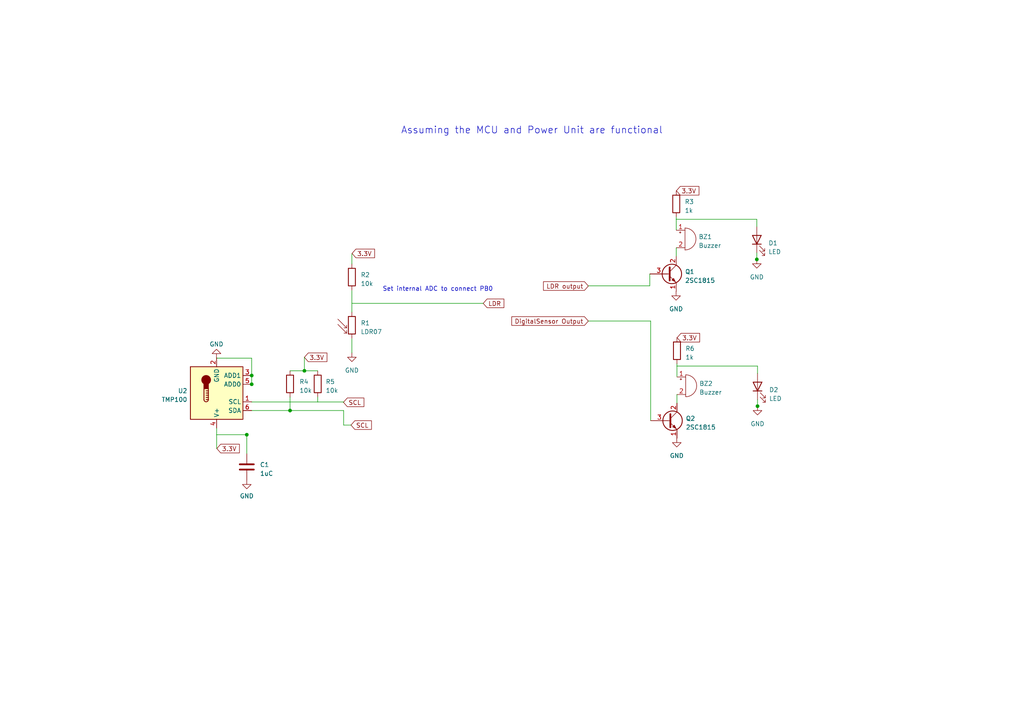
<source format=kicad_sch>
(kicad_sch (version 20230121) (generator eeschema)
  (paper "A4")
  (lib_symbols
    (symbol "Device:Buzzer" (pin_names (offset 0.0254) hide)
      (property "Reference" "BZ" (at 3.81 1.27 0))
      (property "Value" "Buzzer" (at 3.81 -1.27 0))
      (symbol "Buzzer_0_1"
        (arc (start 0 -3.175) (mid 3.1612 0) (end 0 3.175))
        (polyline (pts (xy -1.651 1.905) (xy -1.143 1.905)))
        (polyline (pts (xy -1.397 2.159) (xy -1.397 1.651)))
        (polyline (pts (xy 0 3.175) (xy 0 -3.175)))
      )
      (symbol "Buzzer_1_1"
        (pin passive line (at -2.54 2.54 0) (length 2.54) (name "-") (number "1"))
        (pin passive line (at -2.54 -2.54 0) (length 2.54) (name "+") (number "2"))
      )
    )
    (symbol "Device:C" (pin_numbers hide) (pin_names (offset 0.254))
      (property "Reference" "C" (at 0.635 2.54 0))
      (property "Value" "C" (at 0.635 -2.54 0))
      (symbol "C_0_1"
        (polyline (pts (xy -2.032 -0.762) (xy 2.032 -0.762)) (stroke (width 0.508)))
        (polyline (pts (xy -2.032 0.762) (xy 2.032 0.762)) (stroke (width 0.508)))
      )
      (symbol "C_1_1"
        (pin passive line (at 0 3.81 270) (length 2.794) (name "~") (number "1"))
        (pin passive line (at 0 -3.81 90) (length 2.794) (name "~") (number "2"))
      )
    )
    (symbol "Device:LED" (pin_numbers hide) (pin_names (offset 1.016) hide)
      (property "Reference" "D" (at 0 2.54 0))
      (property "Value" "LED" (at 0 -2.54 0))
      (symbol "LED_0_1"
        (polyline (pts (xy -1.27 -1.27) (xy -1.27 1.27)) (stroke (width 0.254)))
        (polyline (pts (xy -1.27 0) (xy 1.27 0)))
        (polyline (pts (xy 1.27 -1.27) (xy 1.27 1.27) (xy -1.27 0) (xy 1.27 -1.27)) (stroke (width 0.254)))
        (polyline (pts (xy -3.048 -0.762) (xy -4.572 -2.286) (xy -3.81 -2.286) (xy -4.572 -2.286) (xy -4.572 -1.524)))
        (polyline (pts (xy -1.778 -0.762) (xy -3.302 -2.286) (xy -2.54 -2.286) (xy -3.302 -2.286) (xy -3.302 -1.524)))
      )
      (symbol "LED_1_1"
        (pin passive line (at -3.81 0 0) (length 2.54) (name "K") (number "1"))
        (pin passive line (at 3.81 0 180) (length 2.54) (name "A") (number "2"))
      )
    )
    (symbol "Device:R" (pin_numbers hide) (pin_names (offset 0))
      (property "Reference" "R" (at 2.032 0 90))
      (property "Value" "R" (at 0 0 90))
      (symbol "R_0_1"
        (rectangle (start -1.016 -2.54) (end 1.016 2.54) (stroke (width 0.254)))
      )
      (symbol "R_1_1"
        (pin passive line (at 0 3.81 270) (length 1.27) (name "~") (number "1"))
        (pin passive line (at 0 -3.81 90) (length 1.27) (name "~") (number "2"))
      )
    )
    (symbol "Sensor_Optical:LDR07" (pin_numbers hide) (pin_names (offset 0))
      (property "Reference" "R" (at -5.08 0 90))
      (property "Value" "LDR07" (at 1.905 0 90))
      (symbol "LDR07_0_1"
        (rectangle (start -1.016 2.54) (end 1.016 -2.54) (stroke (width 0.254)))
        (polyline (pts (xy -1.524 -2.286) (xy -4.064 0.254)))
        (polyline (pts (xy -1.524 -2.286) (xy -2.286 -2.286)))
        (polyline (pts (xy -1.524 -2.286) (xy -1.524 -1.524)))
        (polyline (pts (xy -1.524 -0.762) (xy -4.064 1.778)))
        (polyline (pts (xy -1.524 -0.762) (xy -2.286 -0.762)))
        (polyline (pts (xy -1.524 -0.762) (xy -1.524 0)))
      )
      (symbol "LDR07_1_1"
        (pin passive line (at 0 3.81 270) (length 1.27) (name "~") (number "1"))
        (pin passive line (at 0 -3.81 90) (length 1.27) (name "~") (number "2"))
      )
    )
    (symbol "Sensor_Temperature:TMP100"
      (property "Reference" "U" (at 10.16 6.35 0))
      (property "Value" "TMP100" (at 12.7 3.81 0))
      (symbol "TMP100_0_1"
        (rectangle (start -7.62 7.62) (end 7.62 -7.62) (stroke (width 0.254)) (fill (type background)))
      )
      (symbol "TMP100_1_1"
        (polyline (pts (xy 2.413 -0.635) (xy 3.048 -0.635)) (stroke (width 0.254)))
        (polyline (pts (xy 2.413 0) (xy 3.048 0)) (stroke (width 0.254)))
        (polyline (pts (xy 2.413 0.635) (xy 3.048 0.635)) (stroke (width 0.254)))
        (polyline (pts (xy 2.413 1.27) (xy 3.048 1.27)) (stroke (width 0.254)))
        (polyline (pts (xy 2.413 1.905) (xy 2.413 -1.27)) (stroke (width 0.254)))
        (polyline (pts (xy 2.413 1.905) (xy 3.048 1.905)) (stroke (width 0.254)))
        (polyline (pts (xy 3.683 1.905) (xy 3.683 -1.27)) (stroke (width 0.254)))
        (circle (center 3.048 -3.81) (radius 1.27) (stroke (width 0.254)) (fill (type outline)))
        (rectangle (start 3.683 -3.175) (end 2.413 -1.27) (stroke (width 0.254)) (fill (type outline)))
        (arc (start 3.683 1.905) (mid 3.048 2.5373) (end 2.413 1.905) (stroke (width 0.254)))
        (pin input line (at -10.16 2.54 0) (length 2.54) (name "SCL") (number "1"))
        (pin power_in line (at 0 -10.16 90) (length 2.54) (name "GND") (number "2"))
        (pin input line (at -10.16 -5.08 0) (length 2.54) (name "ADD1") (number "3"))
        (pin power_in line (at 0 10.16 270) (length 2.54) (name "V+") (number "4"))
        (pin input line (at -10.16 -2.54 0) (length 2.54) (name "ADD0") (number "5"))
        (pin bidirectional line (at -10.16 5.08 0) (length 2.54) (name "SDA") (number "6"))
      )
    )
    (symbol "Transistor_BJT:2SC1815" (pin_names (offset 0) hide)
      (property "Reference" "Q" (at 5.08 1.905 0))
      (property "Value" "2SC1815" (at 5.08 0 0))
      (symbol "2SC1815_0_1"
        (polyline (pts (xy 0 0) (xy 0.508 0)))
        (polyline (pts (xy 0.635 0.635) (xy 2.54 2.54)))
        (polyline (pts (xy 0.635 -0.635) (xy 2.54 -2.54) (xy 2.54 -2.54)))
        (polyline (pts (xy 0.635 1.905) (xy 0.635 -1.905) (xy 0.635 -1.905)) (stroke (width 0.508)))
        (polyline (pts (xy 1.27 -1.778) (xy 1.778 -1.27) (xy 2.286 -2.286) (xy 1.27 -1.778) (xy 1.27 -1.778)) (fill (type outline)))
        (circle (center 1.27 0) (radius 2.8194) (stroke (width 0.254)))
      )
      (symbol "2SC1815_1_1"
        (pin passive line (at 2.54 -5.08 90) (length 2.54) (name "E") (number "1"))
        (pin passive line (at 2.54 5.08 270) (length 2.54) (name "C") (number "2"))
        (pin input line (at -5.08 0 0) (length 5.08) (name "B") (number "3"))
      )
    )
    (symbol "power:GND" (power) (pin_names (offset 0))
      (property "Value" "GND" (at 0 -3.81 0))
      (symbol "GND_0_1"
        (polyline (pts (xy 0 0) (xy 0 -1.27) (xy 1.27 -1.27) (xy 0 -2.54) (xy -1.27 -1.27) (xy 0 -1.27)))
      )
      (symbol "GND_1_1"
        (pin power_in line (at 0 0 270) (length 0) hide (name "GND") (number "1"))
      )
    )
  )
  (junction (at 72.9996 108.9152))
  (junction (at 71.5772 126.0856))
  (junction (at 219.5068 75.2348))
  (junction (at 219.71 117.8052))
  (junction (at 72.9996 111.4552))
  (junction (at 88.2904 107.5436))
  (junction (at 84.1248 119.0752))
  (wire (pts (xy 72.9996 108.9152) (xy 72.9996 111.4552)))
  (wire (pts (xy 72.9996 111.4552) (xy 72.9996 111.506)))
  (wire (pts (xy 72.9996 103.886) (xy 72.9996 108.9152)))
  (wire (pts (xy 219.5068 73.3552) (xy 219.5068 75.2348)))
  (wire (pts (xy 72.9488 116.586) (xy 92.1512 116.586)))
  (wire (pts (xy 102.0572 73.6346) (xy 102.0572 76.5556)))
  (wire (pts (xy 84.1248 107.5436) (xy 88.2904 107.5436)))
  (wire (pts (xy 219.5068 65.7352) (xy 219.5068 63.6016)))
  (wire (pts (xy 99.6696 119.0752) (xy 99.6696 123.2916)))
  (wire (pts (xy 188.722 93.1164) (xy 188.722 122.0216)))
  (wire (pts (xy 72.9996 103.886) (xy 62.8904 103.886)))
  (wire (pts (xy 99.6696 123.2916) (xy 101.8032 123.2916)))
  (wire (pts (xy 71.5772 125.984) (xy 71.5772 126.0856)))
  (wire (pts (xy 92.1512 115.1636) (xy 92.1512 116.586)))
  (wire (pts (xy 196.342 114.427) (xy 196.342 116.9416)))
  (wire (pts (xy 196.1388 62.9666) (xy 196.1388 66.6496)))
  (wire (pts (xy 196.342 105.537) (xy 196.342 109.22)))
  (wire (pts (xy 188.468 79.4512) (xy 188.468 82.9056)))
  (wire (pts (xy 84.1248 119.126) (xy 84.1248 119.0752)))
  (wire (pts (xy 88.2904 103.632) (xy 88.2904 107.5436)))
  (wire (pts (xy 196.1388 71.8566) (xy 196.1388 74.3712)))
  (wire (pts (xy 196.088 63.6016) (xy 219.5068 63.6016)))
  (wire (pts (xy 71.5772 126.0856) (xy 71.5772 131.6228)))
  (wire (pts (xy 102.0572 88.1126) (xy 102.0572 90.5256)))
  (wire (pts (xy 219.71 115.9256) (xy 219.71 117.8052)))
  (wire (pts (xy 99.6188 116.586) (xy 99.6188 116.6876)))
  (wire (pts (xy 219.5068 75.2348) (xy 219.5068 75.2856)))
  (wire (pts (xy 84.1248 115.1636) (xy 84.1248 119.0752)))
  (wire (pts (xy 196.2912 106.172) (xy 219.71 106.172)))
  (wire (pts (xy 84.1248 119.0752) (xy 99.6696 119.0752)))
  (wire (pts (xy 102.0572 87.9856) (xy 140.1572 87.9856)))
  (wire (pts (xy 102.0572 84.3026) (xy 102.0572 87.9856)))
  (wire (pts (xy 62.8396 124.1552) (xy 62.8396 130.0988)))
  (wire (pts (xy 219.71 108.3056) (xy 219.71 106.172)))
  (wire (pts (xy 102.0572 98.2726) (xy 102.0572 102.3366)))
  (wire (pts (xy 170.688 93.1164) (xy 188.722 93.1164)))
  (wire (pts (xy 170.688 82.9056) (xy 188.468 82.9056)))
  (wire (pts (xy 73.0504 119.0752) (xy 84.1248 119.0752)))
  (wire (pts (xy 88.2904 107.5436) (xy 92.1512 107.5436)))
  (wire (pts (xy 92.202 116.586) (xy 99.6188 116.586)))
  (wire (pts (xy 219.71 117.8052) (xy 219.71 117.856)))
  (wire (pts (xy 62.7888 126.0856) (xy 71.5772 126.0856)))
  (wire (pts (xy 62.8904 103.8352) (xy 62.8904 103.886)))
  (text "Set internal ADC to connect PB0\n\n" (at 110.9472 86.7156 0) (effects (font (size 1.27 1.27)) (justify left bottom)))
  (text "Assuming the MCU and Power Unit are functional\n" (at 116.2812 39.0652 0) (effects (font (size 2 2)) (justify left bottom)))
  (global_label "SCL" (shape input) (at 99.6188 116.6876 0) (property "Intersheetrefs" "${INTERSHEET_REFS}" (effects hide)))
  (global_label "LDR output" (shape input) (at 170.6372 82.9564 180) (property "Intersheetrefs" "${INTERSHEET_REFS}" (effects hide)))
  (global_label "3.3V" (shape input) (at 62.8904 130.0988 0) (property "Intersheetrefs" "${INTERSHEET_REFS}" (effects hide)))
  (global_label "LDR" (shape input) (at 140.1572 87.9856 0) (property "Intersheetrefs" "${INTERSHEET_REFS}" (effects hide)))
  (global_label "3.3V" (shape input) (at 102.108 73.5076 0) (property "Intersheetrefs" "${INTERSHEET_REFS}" (effects hide)))
  (global_label "3.3V" (shape input) (at 88.2904 103.632 0) (property "Intersheetrefs" "${INTERSHEET_REFS}" (effects hide)))
  (global_label "3.3V" (shape input) (at 196.3928 97.9424 0) (property "Intersheetrefs" "${INTERSHEET_REFS}" (effects hide)))
  (global_label "3.3V" (shape input) (at 196.1896 55.3212 0) (property "Intersheetrefs" "${INTERSHEET_REFS}" (effects hide)))
  (global_label "SCL" (shape input) (at 101.8032 123.2916 0) (property "Intersheetrefs" "${INTERSHEET_REFS}" (effects hide)))
  (global_label "DigitalSensor Output" (shape input) (at 170.6372 93.1164 180) (property "Intersheetrefs" "${INTERSHEET_REFS}" (effects hide)))
  (symbol (lib_id "power:GND") (at 196.088 84.5312 0) (unit 1)
    (property "Reference" "#PWR04" (effects hide))
    (property "Value" "GND" (at 196.088 89.6112 0))
    (instances (project "EEE3088F SENSOR DRAFT" (path "" (reference "#PWR04") (unit 1))) (project "Main Schematic" (path "" (reference "#PWR04") (unit 1))) (project "Main Schematic" (path "" (reference "#PWR09") (unit 1))) (project "SENSOR" (path "" (reference "#PWR04") (unit 1))))
  )
  (symbol (lib_id "power:GND") (at 102.0572 102.3366 0) (unit 1)
    (property "Reference" "#PWR01" (effects hide))
    (property "Value" "GND" (at 102.0572 107.4166 0))
    (instances (project "EEE3088F SENSOR DRAFT" (path "" (reference "#PWR01") (unit 1))) (project "Main Schematic" (path "" (reference "#PWR01") (unit 1))) (project "Main Schematic" (path "" (reference "#PWR08") (unit 1))) (project "SENSOR" (path "" (reference "#PWR01") (unit 1))))
  )
  (symbol (lib_id "Transistor_BJT:2SC1815") (at 193.5988 79.4512 0) (unit 1)
    (property "Reference" "Q1" (at 198.6788 78.8162 0) (effects (justify left)))
    (property "Value" "2SC1815" (at 198.6788 81.3562 0) (effects (justify left)))
    (property "Footprint" "Package_TO_SOT_THT:TO-92_Inline" (effects hide))
    (property "Datasheet" "https://media.digikey.com/pdf/Data%20Sheets/Toshiba%20PDFs/2SC1815.pdf" (effects hide))
  )
  (symbol (lib_id "Device:R") (at 196.1388 59.1566 0) (unit 1)
    (property "Reference" "R3" (at 198.5772 58.5216 0) (effects (justify left)))
    (property "Value" "1k" (at 198.5772 61.0616 0) (effects (justify left)))
    (instances (project "EEE3088F SENSOR DRAFT" (path "" (reference "R3") (unit 1))) (project "Main Schematic" (path "" (reference "R3") (unit 1))) (project "Main Schematic" (path "" (reference "R18") (unit 1))) (project "SENSOR" (path "" (reference "R3") (unit 1))))
  )
  (symbol (lib_id "Device:R") (at 92.1512 111.3536 0) (unit 1)
    (property "Reference" "R5" (at 94.4372 110.7186 0) (effects (justify left)))
    (property "Value" "10k" (at 94.4372 113.2586 0) (effects (justify left)))
    (instances (project "EEE3088F SENSOR DRAFT" (path "" (reference "R5") (unit 1))) (project "Main Schematic" (path "" (reference "R5") (unit 1))) (project "Main Schematic" (path "" (reference "R15") (unit 1))) (project "SENSOR" (path "" (reference "R5") (unit 1))))
  )
  (symbol (lib_id "Device:C") (at 71.5772 135.4328 0) (unit 1)
    (property "Reference" "C1" (at 75.3872 134.7978 0) (effects (justify left)))
    (property "Value" "1uC" (at 75.3872 137.3378 0) (effects (justify left)))
  )
  (symbol (lib_id "Device:LED") (at 219.71 112.1156 90) (unit 1)
    (property "Reference" "D2" (at 223.0628 113.0681 90) (effects (justify right)))
    (property "Value" "LED" (at 223.0628 115.6081 90) (effects (justify right)))
    (instances (project "EEE3088F SENSOR DRAFT" (path "" (reference "D2") (unit 1))) (project "Main Schematic" (path "" (reference "D2") (unit 1))) (project "Main Schematic" (path "" (reference "D12") (unit 1))) (project "SENSOR" (path "" (reference "D2") (unit 1))))
  )
  (symbol (lib_id "power:GND") (at 219.5068 75.2348 0) (unit 1)
    (property "Reference" "#PWR011" (effects hide))
    (property "Value" "GND" (at 219.5068 80.3656 0))
  )
  (symbol (lib_id "Device:R") (at 196.342 101.727 0) (unit 1)
    (property "Reference" "R6" (at 198.7804 101.092 0) (effects (justify left)))
    (property "Value" "1k" (at 198.7804 103.632 0) (effects (justify left)))
    (instances (project "EEE3088F SENSOR DRAFT" (path "" (reference "R6") (unit 1))) (project "Main Schematic" (path "" (reference "R6") (unit 1))) (project "Main Schematic" (path "" (reference "R19") (unit 1))) (project "SENSOR" (path "" (reference "R6") (unit 1))))
  )
  (symbol (lib_id "power:GND") (at 219.71 117.8052 0) (unit 1)
    (property "Reference" "#PWR014" (effects hide))
    (property "Value" "GND" (at 219.71 122.936 0))
    (instances (project "EEE3088F SENSOR DRAFT" (path "" (reference "#PWR014") (unit 1))) (project "Main Schematic" (path "" (reference "#PWR014") (unit 1))) (project "Main Schematic" (path "" (reference "#PWR012") (unit 1))) (project "SENSOR" (path "" (reference "#PWR014") (unit 1))))
  )
  (symbol (lib_id "power:GND") (at 196.2912 127.1016 0) (unit 1)
    (property "Reference" "#PWR012" (effects hide))
    (property "Value" "GND" (at 196.2912 132.1816 0))
    (instances (project "EEE3088F SENSOR DRAFT" (path "" (reference "#PWR012") (unit 1))) (project "Main Schematic" (path "" (reference "#PWR012") (unit 1))) (project "Main Schematic" (path "" (reference "#PWR010") (unit 1))) (project "SENSOR" (path "" (reference "#PWR012") (unit 1))))
  )
  (symbol (lib_id "Device:Buzzer") (at 198.882 111.887 0) (unit 1)
    (property "Reference" "BZ2" (at 202.819 111.252 0) (effects (justify left)))
    (property "Value" "Buzzer" (at 202.819 113.792 0) (effects (justify left)))
  )
  (symbol (lib_id "Sensor_Optical:LDR07") (at 102.0572 94.3356 0) (unit 1)
    (property "Reference" "R1" (at 104.5972 93.7006 0) (effects (justify left)))
    (property "Value" "LDR07" (at 104.5972 96.2406 0) (effects (justify left)))
    (property "Footprint" "OptoDevice:R_LDR_5.1x4.3mm_P3.4mm_Vertical" (effects hide))
    (property "Datasheet" "http://www.tme.eu/de/Document/f2e3ad76a925811312d226c31da4cd7e/LDR07.pdf" (effects hide))
    (instances (project "EEE3088F SENSOR DRAFT" (path "" (reference "R1") (unit 1))) (project "Main Schematic" (path "" (reference "R1") (unit 1))) (project "Main Schematic" (path "" (reference "R17") (unit 1))) (project "SENSOR" (path "" (reference "R1") (unit 1))))
  )
  (symbol (lib_id "Device:LED") (at 219.5068 69.5452 90) (unit 1)
    (property "Reference" "D1" (at 222.8596 70.4977 90) (effects (justify right)))
    (property "Value" "LED" (at 222.8596 73.0377 90) (effects (justify right)))
    (instances (project "EEE3088F SENSOR DRAFT" (path "" (reference "D1") (unit 1))) (project "Main Schematic" (path "" (reference "D1") (unit 1))) (project "Main Schematic" (path "" (reference "D11") (unit 1))) (project "SENSOR" (path "" (reference "D1") (unit 1))))
  )
  (symbol (lib_id "Device:R") (at 84.1248 111.3536 0) (unit 1)
    (property "Reference" "R4" (at 86.8172 110.7186 0) (effects (justify left)))
    (property "Value" "10k" (at 86.8172 113.2586 0) (effects (justify left)))
    (instances (project "EEE3088F SENSOR DRAFT" (path "" (reference "R4") (unit 1))) (project "Main Schematic" (path "" (reference "R4") (unit 1))) (project "Main Schematic" (path "" (reference "R14") (unit 1))) (project "SENSOR" (path "" (reference "R4") (unit 1))))
  )
  (symbol (lib_id "Device:Buzzer") (at 198.6788 69.3166 0) (unit 1)
    (property "Reference" "BZ1" (at 202.6158 68.6816 0) (effects (justify left)))
    (property "Value" "Buzzer" (at 202.6158 71.2216 0) (effects (justify left)))
  )
  (symbol (lib_id "Transistor_BJT:2SC1815") (at 193.802 122.0216 0) (unit 1)
    (property "Reference" "Q2" (at 198.882 121.3866 0) (effects (justify left)))
    (property "Value" "2SC1815" (at 198.882 123.9266 0) (effects (justify left)))
    (property "Footprint" "Package_TO_SOT_THT:TO-92_Inline" (effects hide))
    (property "Datasheet" "https://media.digikey.com/pdf/Data%20Sheets/Toshiba%20PDFs/2SC1815.pdf" (effects hide))
  )
  (symbol (lib_id "Sensor_Temperature:TMP100") (at 62.8396 113.9952 180) (unit 1)
    (property "Reference" "U2" (at 54.356 113.3602 0) (effects (justify left)))
    (property "Value" "TMP100" (at 54.356 115.9002 0) (effects (justify left)))
    (property "Footprint" "Package_TO_SOT_SMD:SOT-23-6" (effects hide))
    (property "Datasheet" "http://www.ti.com/lit/gpn/tmp100" (effects hide))
    (instances (project "EEE3088F SENSOR DRAFT" (path "" (reference "U2") (unit 1))) (project "Main Schematic" (path "" (reference "U2") (unit 1))) (project "Main Schematic" (path "" (reference "U3") (unit 1))) (project "SENSOR" (path "" (reference "U2") (unit 1))))
  )
  (symbol (lib_id "power:GND") (at 62.7888 103.8352 180) (unit 1)
    (property "Reference" "#PWR06" (effects hide))
    (property "Value" "GND" (at 62.7888 99.822 0))
  )
  (symbol (lib_id "power:GND") (at 71.5772 139.2428 0) (unit 1)
    (property "Reference" "#PWR09" (effects hide))
    (property "Value" "GND" (at 71.5772 143.8656 0))
    (instances (project "EEE3088F SENSOR DRAFT" (path "" (reference "#PWR09") (unit 1))) (project "Main Schematic" (path "" (reference "#PWR09") (unit 1))) (project "Main Schematic" (path "" (reference "#PWR07") (unit 1))) (project "SENSOR" (path "" (reference "#PWR09") (unit 1))))
  )
  (symbol (lib_id "Device:R") (at 102.0572 80.3656 0) (unit 1)
    (property "Reference" "R2" (at 104.5972 79.7306 0) (effects (justify left)))
    (property "Value" "10k" (at 104.5972 82.2706 0) (effects (justify left)))
    (instances (project "EEE3088F SENSOR DRAFT" (path "" (reference "R2") (unit 1))) (project "Main Schematic" (path "" (reference "R2") (unit 1))) (project "Main Schematic" (path "" (reference "R16") (unit 1))) (project "SENSOR" (path "" (reference "R2") (unit 1))))
  )
)
</source>
